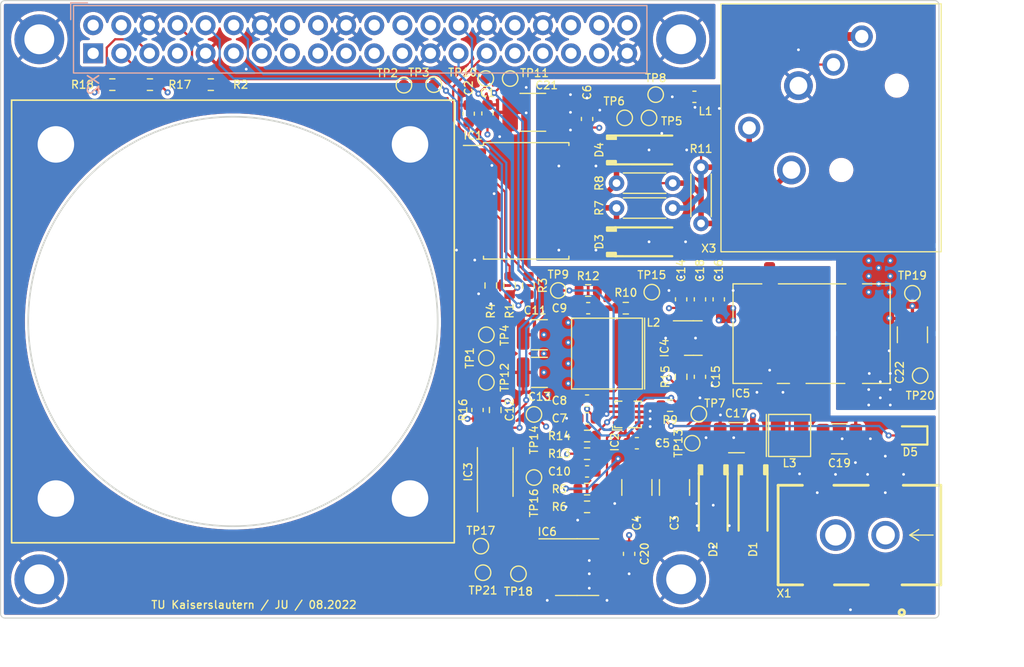
<source format=kicad_pcb>
(kicad_pcb (version 20211014) (generator pcbnew)

  (general
    (thickness 1.56)
  )

  (paper "A4")
  (layers
    (0 "F.Cu" signal)
    (1 "In1.Cu" signal)
    (2 "In2.Cu" signal)
    (31 "B.Cu" signal)
    (32 "B.Adhes" user "B.Adhesive")
    (33 "F.Adhes" user "F.Adhesive")
    (34 "B.Paste" user)
    (35 "F.Paste" user)
    (36 "B.SilkS" user "B.Silkscreen")
    (37 "F.SilkS" user "F.Silkscreen")
    (38 "B.Mask" user)
    (39 "F.Mask" user)
    (40 "Dwgs.User" user "User.Drawings")
    (41 "Cmts.User" user "User.Comments")
    (42 "Eco1.User" user "User.Eco1")
    (43 "Eco2.User" user "User.Eco2")
    (44 "Edge.Cuts" user)
    (45 "Margin" user)
    (46 "B.CrtYd" user "B.Courtyard")
    (47 "F.CrtYd" user "F.Courtyard")
    (48 "B.Fab" user)
    (49 "F.Fab" user)
    (50 "User.1" user)
    (51 "User.2" user)
    (52 "User.3" user)
    (53 "User.4" user)
    (54 "User.5" user)
    (55 "User.6" user)
    (56 "User.7" user)
    (57 "User.8" user)
    (58 "User.9" user)
  )

  (setup
    (stackup
      (layer "F.SilkS" (type "Top Silk Screen") (color "White"))
      (layer "F.Paste" (type "Top Solder Paste"))
      (layer "F.Mask" (type "Top Solder Mask") (color "Purple") (thickness 0.01))
      (layer "F.Cu" (type "copper") (thickness 0.035))
      (layer "dielectric 1" (type "core") (thickness 0.1) (material "FR4") (epsilon_r 4.5) (loss_tangent 0.02))
      (layer "In1.Cu" (type "copper") (thickness 0.035))
      (layer "dielectric 2" (type "prepreg") (thickness 1.2) (material "FR4") (epsilon_r 4.5) (loss_tangent 0.02))
      (layer "In2.Cu" (type "copper") (thickness 0.035))
      (layer "dielectric 3" (type "core") (thickness 0.1) (material "FR4") (epsilon_r 4.5) (loss_tangent 0.02))
      (layer "B.Cu" (type "copper") (thickness 0.035))
      (layer "B.Mask" (type "Bottom Solder Mask") (color "Purple") (thickness 0.01))
      (layer "B.Paste" (type "Bottom Solder Paste"))
      (layer "B.SilkS" (type "Bottom Silk Screen") (color "White"))
      (copper_finish "ENIG")
      (dielectric_constraints no)
    )
    (pad_to_mask_clearance 0)
    (pcbplotparams
      (layerselection 0x00010fc_ffffffff)
      (disableapertmacros false)
      (usegerberextensions false)
      (usegerberattributes true)
      (usegerberadvancedattributes true)
      (creategerberjobfile true)
      (svguseinch false)
      (svgprecision 6)
      (excludeedgelayer true)
      (plotframeref false)
      (viasonmask false)
      (mode 1)
      (useauxorigin false)
      (hpglpennumber 1)
      (hpglpenspeed 20)
      (hpglpendiameter 15.000000)
      (dxfpolygonmode true)
      (dxfimperialunits true)
      (dxfusepcbnewfont true)
      (psnegative false)
      (psa4output false)
      (plotreference true)
      (plotvalue true)
      (plotinvisibletext false)
      (sketchpadsonfab false)
      (subtractmaskfromsilk false)
      (outputformat 1)
      (mirror false)
      (drillshape 1)
      (scaleselection 1)
      (outputdirectory "")
    )
  )

  (net 0 "")
  (net 1 "+3V3")
  (net 2 "GNDD")
  (net 3 "+12V")
  (net 4 "Net-(C7-Pad2)")
  (net 5 "Net-(C8-Pad1)")
  (net 6 "+5V")
  (net 7 "/V_IN")
  (net 8 "/PG_5V")
  (net 9 "/RxD")
  (net 10 "/nRE{slash}DE")
  (net 11 "/TxD")
  (net 12 "/GPIO_05")
  (net 13 "unconnected-(IC1-Pad10)")
  (net 14 "unconnected-(IC1-Pad11)")
  (net 15 "unconnected-(IC1-Pad14)")
  (net 16 "Net-(IC2-Pad11)")
  (net 17 "/ID_SD")
  (net 18 "/ID_SC")
  (net 19 "Net-(IC3-Pad7)")
  (net 20 "Net-(IC4-Pad3)")
  (net 21 "/GPIO_02")
  (net 22 "/GPIO_03")
  (net 23 "Net-(IC6-Pad3)")
  (net 24 "Net-(L1-Pad2)")
  (net 25 "/GPIO_14")
  (net 26 "/GPIO_18")
  (net 27 "/GPIO_15")
  (net 28 "Net-(TP8-Pad1)")
  (net 29 "unconnected-(X2-Pad1)")
  (net 30 "/GPIO_04")
  (net 31 "/GPIO_17")
  (net 32 "/GPIO_27")
  (net 33 "/GPIO_22")
  (net 34 "/GPIO_23")
  (net 35 "unconnected-(X2-Pad17)")
  (net 36 "/GPIO_24")
  (net 37 "/GPIO_10")
  (net 38 "/GPIO_09")
  (net 39 "/GPIO_25")
  (net 40 "/GPIO_11")
  (net 41 "/GPIO_08")
  (net 42 "/GPIO_07")
  (net 43 "/GPIO_06")
  (net 44 "/GPIO_12")
  (net 45 "/GPIO_13")
  (net 46 "/GPIO_19")
  (net 47 "/GPIO_16")
  (net 48 "/GPIO_26")
  (net 49 "/GPIO_20")
  (net 50 "/GPIO_21")
  (net 51 "Net-(C9-Pad1)")
  (net 52 "Net-(C10-Pad2)")
  (net 53 "Net-(C15-Pad1)")
  (net 54 "Net-(C19-Pad2)")
  (net 55 "+5V_ISO")
  (net 56 "GND_ISO")
  (net 57 "/485_P")
  (net 58 "/485_N")
  (net 59 "/DMX_P")
  (net 60 "/DMX_N")
  (net 61 "/L_IN")

  (footprint "DMX-Hat:C_1210_3225Metric" (layer "F.Cu") (at 182.4 130.2 90))

  (footprint "DMX-Hat:C_0603_1608Metric" (layer "F.Cu") (at 142.3 110.225 90))

  (footprint "DMX-Hat:R_0603_1608Metric" (layer "F.Cu") (at 160.5 136.6))

  (footprint "DMX-Hat:C_0603_1608Metric" (layer "F.Cu") (at 163.2 134 -90))

  (footprint "DMX-Hat:MountingHole_2.7mm_M2.5_ISO7380_Pad_TopBottom" (layer "F.Cu") (at 103.5 152.3))

  (footprint "DMX-Hat:R_0603_1608Metric" (layer "F.Cu") (at 144.7 137 90))

  (footprint "DMX-Hat:TestPoint_Pad_D1.0mm" (layer "F.Cu") (at 146.05 107.05))

  (footprint "DMX-Hat:R_0603_1608Metric" (layer "F.Cu") (at 153 144.15 180))

  (footprint "DMX-Hat:C_0603_1608Metric" (layer "F.Cu") (at 143.1 137 -90))

  (footprint "DMX-Hat:TestPoint_Pad_D1.0mm" (layer "F.Cu") (at 143.9 130.2))

  (footprint "DMX-Hat:C_0603_1608Metric_DNI" (layer "F.Cu") (at 153.1 127.8 180))

  (footprint "DMX-Hat:TSSOP-8_4.4x3mm_P0.65mm" (layer "F.Cu") (at 144.7 142.6 90))

  (footprint "DMX-Hat:R_0603_1608Metric" (layer "F.Cu") (at 110.1 107.6 180))

  (footprint "DMX-Hat:SOIC-16W_7.5x10.3mm_P1.27mm" (layer "F.Cu") (at 147.5 118.1))

  (footprint "DMX-Hat:TestPoint_Pad_D1.0mm" (layer "F.Cu") (at 156.4 110.6))

  (footprint "DMX-Hat:TestPoint_Pad_D1.0mm" (layer "F.Cu") (at 183.1 133.9))

  (footprint "DMX-Hat:WE-694106106102" (layer "F.Cu") (at 185.012833 152.9 180))

  (footprint "DMX-Hat:C_1210_3225Metric" (layer "F.Cu") (at 160.9 144 90))

  (footprint "DMX-Hat:Fiducial_0.75mm_Mask1.5mm" (layer "F.Cu") (at 172 147))

  (footprint "DMX-Hat:TestPoint_Pad_D1.0mm" (layer "F.Cu") (at 148.2 137.4))

  (footprint "DMX-Hat:C_0603_1608Metric" (layer "F.Cu") (at 164.9 127 90))

  (footprint "DMX-Hat:C_0603_1608Metric" (layer "F.Cu") (at 157.5 140 180))

  (footprint "DMX-Hat:C_0603_1608Metric" (layer "F.Cu") (at 153 136.15 180))

  (footprint "DMX-Hat:WE_MAPI-3015" (layer "F.Cu") (at 171.3 139.3))

  (footprint "DMX-Hat:TestPoint_Pad_D1.0mm" (layer "F.Cu") (at 182.4 126.45))

  (footprint "DMX-Hat:TestPoint_Pad_D1.0mm" (layer "F.Cu") (at 143.85 107.05))

  (footprint "DMX-Hat:C_0603_1608Metric" (layer "F.Cu") (at 144 110.2 90))

  (footprint "DMX-Hat:TestPoint_Pad_D1.0mm" (layer "F.Cu") (at 143.4 149.3))

  (footprint "DMX-Hat:TestPoint_Pad_D1.0mm" (layer "F.Cu") (at 136.45 107.65))

  (footprint "DMX-Hat:R_Axial_DIN0204_L3.6mm_D1.6mm_P5.08mm_Horizontal" (layer "F.Cu") (at 155.66 118.75))

  (footprint "DMX-Hat:C_0603_1608Metric" (layer "F.Cu") (at 153 137.75))

  (footprint "DMX-Hat:LED-0603-C1608X50N" (layer "F.Cu") (at 182.2 139.3 180))

  (footprint "DMX-Hat:C_1210_3225Metric" (layer "F.Cu") (at 148.7 133.6))

  (footprint "DMX-Hat:DO-214AC_SMA" (layer "F.Cu") (at 164.4 145.3 -90))

  (footprint "DMX-Hat:DO-214AC_SMA" (layer "F.Cu") (at 158.1 121.8))

  (footprint "DMX-Hat:R_0603_1608Metric" (layer "F.Cu") (at 113.5 107.6))

  (footprint "DMX-Hat:C_0603_1608Metric_DNI" (layer "F.Cu") (at 162.7 108.7))

  (footprint "DMX-Hat:DO-214AC_SMA" (layer "F.Cu") (at 168 145.3 -90))

  (footprint "DMX-Hat:TestPoint_Pad_D1.0mm" (layer "F.Cu") (at 158.85 126.35))

  (footprint "DMX-Hat:C_0603_1608Metric" (layer "F.Cu") (at 156.8 150 90))

  (footprint "DMX-Hat:TestPoint_Pad_D1.0mm" (layer "F.Cu") (at 143.9 134.5))

  (footprint "DMX-Hat:TestPoint_Pad_D1.0mm" (layer "F.Cu") (at 139.15 107.6))

  (footprint "DMX-Hat:NC3FAH2-S" (layer "F.Cu") (at 184.8 111.5 -90))

  (footprint "DMX-Hat:R_0603_1608Metric" (layer "F.Cu") (at 153 140.95))

  (footprint "DMX-Hat:TestPoint_Pad_D1.0mm" (layer "F.Cu") (at 159.2 108.5))

  (footprint "DMX-Hat:R_0603_1608Metric" (layer "F.Cu") (at 119 107.6))

  (footprint "DMX-Hat:TestPoint_Pad_D1.0mm" (layer "F.Cu") (at 146.8 151.8))

  (footprint "DMX-Hat:TestPoint_Pad_D1.0mm" (layer "F.Cu") (at 158.6 110.6))

  (footprint "DMX-Hat:WE_MAPI-5020" (layer "F.Cu") (at 154.8 131.9 180))

  (footprint "DMX-Hat:C_1210_3225Metric" (layer "F.Cu") (at 148.7 130.2))

  (footprint "DMX-Hat:R_0603_1608Metric" (layer "F.Cu") (at 161.5 134 90))

  (footprint "DMX-Hat:TestPoint_Pad_D1.0mm" (layer "F.Cu") (at 162.5 140))

  (footprint "DMX-Hat:R_0603_1608Metric" (layer "F.Cu") (at 147.7 125.75 90))

  (footprint "DMX-Hat:R_Axial_DIN0204_L3.6mm_D1.6mm_P5.08mm_Horizontal" (layer "F.Cu") (at 155.66 116.5))

  (footprint "DMX-Hat:R_0603_1608Metric" (layer "F.Cu") (at 146 125.75 90))

  (footprint "DMX-Hat:R_Axial_DIN0204_L3.6mm_D1.6mm_P5.08mm_Horizontal" (layer "F.Cu") (at 163.3 115.06 -90))

  (footprint "DMX-Hat:SOT-23-5" (layer "F.Cu") (at 162.6 130.5))

  (footprint "DMX-Hat:R_0603_1608Metric" (layer "F.Cu") (at 144.3 125.75 -90))

  (footprint "DMX-Hat:C_1210_3225Metric" (layer "F.Cu") (at 157.5 144 90))

  (footprint "DMX-Hat:C_0603_1608Metric" (layer "F.Cu") (at 163.2 127 90))

  (footprint "DMX-Hat:R_0603_1608Metric_DNI" (layer "F.Cu") (at 153.1 126.2 180))

  (footprint "DMX-Hat:C_1210_3225Metric" (layer "F.Cu") (at 175.8 139.6 180))

  (footprint "DMX-Hat:C_1812_4532Metric" (layer "F.Cu") (at 148.1 110.1))

  (footprint "DMX-Hat:MountingHole_2.7mm_M2.5_ISO7380_Pad_TopBottom" (layer "F.Cu") (at 161.5 103.5))

  (footprint "DMX-Hat:TestPoint_Pad_D1.0mm" (layer "F.Cu") (at 143.6 151.7))

  (footprint "DMX-Hat:TestPoint_Pad_D1.0mm" (layer "F.Cu") (at 143.9 132.3))

  (footprint "DMX-Hat:R_0603_1608Metric_DNI" (layer "F.Cu") (at 156.5 127.8 180))

  (footprint "DMX-Hat:Fiducial_0.75mm_Mask1.5mm" (layer "F.Cu") (at 110 147))

  (footprint "DMX-Hat:C_1210_3225Metric" (layer "F.Cu") (at 166.5 139.5))

  (footprint "DMX-Hat:SO-8_3.9x4.9mm_P1.27mm" (layer "F.Cu") (at 152.1 151.2))

  (footprint "DMX-Hat:R_0603_1608Metric" (layer "F.Cu")
    (tedit 5F68FEEE) (tstamp ce276f3b-9a1b-444e-a4e3-945271e167b6)
    (at 153 145.75 180)
    (descr "Resistor SMD 0603 (1608 Metric), square (rectangular) end terminal, IPC_7351 nominal, (Body size source: IPC-SM-782 page 72, https://www.pcb-3d.com/wordpress/wp-content/uploads/ipc-sm-782a_amendment_1_and_2.pdf), generated with kicad-footprint-generator")
    (tags "resistor")
    (property "Manufacturer" "Any")
    (property "PartNumber" "Any")
    (property "Sheetfile" "DMX-Hat.kicad_sch")
    (property "Sheetname" "")
    (property "Tolerance" "1%")
    (path "/4a02ed9d-e0e0-4f98-9374-3956776b2c16")
    (attr smd)
    (fp_text reference "R6" (at 2.5 0) (layer "F.SilkS")
      (effects (font (size 0.71 0.71) (thickness 0.12)))
      (tstamp f3d2a850-eac4-4f34-bb84-51c7671ad4f8)
    )
    (fp_text value "47K" (at 0 1.43) (layer "F.Fab")
      (effects (font (size 1 1) (thickness 0.15)))
      (tstamp 3228f3b4-4684-4f7a-b700-ccd7820d087e)
    )
    (fp_text user "${REFERENCE}" (at 0 0) (layer "F.Fab")
      (effects (font (size 0.4 0.4) (thickness 0.06)))
      (tstamp 4008c94d-b39a-44e8-bb74-d230cbb3aa81)
    )
    (fp_line (start -0.237258 -0.5225) (end 0.237258 -0.5225) (layer "F.SilkS") (width 0.12) (tstamp 09ba2fec-02f8-4876-93e1-0af88973df6f))
    (fp_line (start -0.237258 0.5225) (end 0.237258 0.5225) (layer "F.SilkS") (width 0.12) (tstamp 6a7eb687-81a5-4677-98e0-449908b8eeca))
    (fp_line (start 1.48 0.73) (end -1.48 0.73) (layer "F.CrtYd") (width 0.05) (tstamp 23a60f35-7b81-437d-851d-900e6d3f474d))
    (fp_line (start 1.48 -0.73) (end 1.48 0.73) (layer "F.CrtYd") (width 0.05) (tstamp 5ac10ce1-d09f-4090-b8e7-dff6f340e15a))
    (fp_line (start -1.48 -0.73) (end 1.48 -0.73) (layer "F.CrtYd") (width 0.05) (tstamp cd7ee4de-365e-48a1-8c6d-9a54767d5913))
    (fp_line (start -1.48 0.73) (end -1.48 -0.73) (layer "F.CrtYd") (width 0.05) (tstamp f369aa01-8e5b-45f4-baed-a83ea1f9c3ea))
    (fp_line (start -0.8 -0.4125) (end 0.8 -0.4125) (layer "F.Fab") (width 0.1) (tstamp 154c5dbc-c580-4660-886c-6a875d7afd40))
    (fp_line (start 0.8 -0.4125) (end 0.8 0.4125) (layer "F.Fab") (width 0.1) (tstamp 7e8aca06-8b83-45cc-90a0-ca20924fb7ab))
    (fp_line (start -0.8 0.4125) (end -0.8 -0.4125) (layer "F.Fab") (width 0.1) (tstamp 93a463e9-a87c-4a04-a4a1-2ab82279ea9d))
    (fp_line (start 0.8 0.4125) (end -0.8 0.4125) (layer "F.Fab") (width 0.1) (tstamp e9c1a57e-6fd3-4994-9c52-ae622c463e12
... [1811312 chars truncated]
</source>
